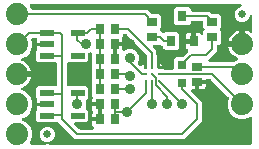
<source format=gbr>
G04 EAGLE Gerber RS-274X export*
G75*
%MOMM*%
%FSLAX34Y34*%
%LPD*%
%INTop Copper*%
%IPPOS*%
%AMOC8*
5,1,8,0,0,1.08239X$1,22.5*%
G01*
%ADD10R,0.700000X0.900000*%
%ADD11R,1.200000X0.550000*%
%ADD12R,0.800000X0.800000*%
%ADD13R,0.900000X0.700000*%
%ADD14C,1.879600*%
%ADD15R,0.800000X0.900000*%
%ADD16C,0.200000*%
%ADD17C,0.635000*%
%ADD18C,0.203200*%
%ADD19C,0.889000*%
%ADD20C,0.190400*%
%ADD21C,0.127000*%

G36*
X36372Y4073D02*
X36372Y4073D01*
X36442Y4072D01*
X36530Y4093D01*
X36619Y4105D01*
X36684Y4130D01*
X36751Y4147D01*
X36831Y4189D01*
X36914Y4222D01*
X36971Y4263D01*
X37032Y4295D01*
X37099Y4356D01*
X37172Y4408D01*
X37216Y4462D01*
X37268Y4509D01*
X37317Y4584D01*
X37374Y4653D01*
X37404Y4717D01*
X37443Y4775D01*
X37472Y4860D01*
X37510Y4941D01*
X37523Y5010D01*
X37546Y5076D01*
X37553Y5165D01*
X37570Y5253D01*
X37565Y5323D01*
X37571Y5393D01*
X37556Y5481D01*
X37550Y5571D01*
X37529Y5637D01*
X37517Y5706D01*
X37480Y5788D01*
X37452Y5873D01*
X37415Y5932D01*
X37386Y5996D01*
X37330Y6066D01*
X37282Y6142D01*
X37231Y6190D01*
X37187Y6244D01*
X37116Y6299D01*
X37050Y6360D01*
X36989Y6394D01*
X36933Y6436D01*
X36789Y6507D01*
X34575Y7424D01*
X32824Y9175D01*
X31876Y11462D01*
X31876Y13938D01*
X32824Y16225D01*
X34575Y17976D01*
X36862Y18924D01*
X39338Y18924D01*
X41625Y17976D01*
X43376Y16225D01*
X44324Y13938D01*
X44324Y11462D01*
X43376Y9175D01*
X41625Y7424D01*
X39411Y6507D01*
X39351Y6472D01*
X39286Y6446D01*
X39213Y6394D01*
X39135Y6349D01*
X39085Y6301D01*
X39028Y6260D01*
X38971Y6190D01*
X38907Y6128D01*
X38870Y6068D01*
X38826Y6015D01*
X38787Y5933D01*
X38740Y5857D01*
X38720Y5790D01*
X38690Y5727D01*
X38673Y5639D01*
X38647Y5553D01*
X38643Y5483D01*
X38630Y5414D01*
X38636Y5325D01*
X38632Y5235D01*
X38646Y5167D01*
X38650Y5097D01*
X38678Y5012D01*
X38696Y4924D01*
X38727Y4861D01*
X38748Y4795D01*
X38796Y4719D01*
X38836Y4638D01*
X38881Y4585D01*
X38918Y4526D01*
X38984Y4464D01*
X39042Y4396D01*
X39099Y4356D01*
X39150Y4308D01*
X39228Y4265D01*
X39302Y4213D01*
X39367Y4188D01*
X39428Y4154D01*
X39515Y4132D01*
X39599Y4100D01*
X39669Y4092D01*
X39736Y4075D01*
X39897Y4065D01*
X210566Y4065D01*
X210684Y4080D01*
X210803Y4087D01*
X210841Y4100D01*
X210882Y4105D01*
X210992Y4148D01*
X211105Y4185D01*
X211140Y4207D01*
X211177Y4222D01*
X211273Y4291D01*
X211374Y4355D01*
X211402Y4385D01*
X211435Y4408D01*
X211511Y4500D01*
X211592Y4587D01*
X211612Y4622D01*
X211637Y4653D01*
X211688Y4761D01*
X211746Y4865D01*
X211756Y4905D01*
X211773Y4941D01*
X211795Y5058D01*
X211825Y5173D01*
X211829Y5233D01*
X211833Y5253D01*
X211831Y5274D01*
X211835Y5334D01*
X211835Y26305D01*
X211829Y26354D01*
X211831Y26404D01*
X211809Y26511D01*
X211795Y26621D01*
X211777Y26667D01*
X211767Y26715D01*
X211719Y26814D01*
X211678Y26916D01*
X211649Y26956D01*
X211627Y27001D01*
X211556Y27085D01*
X211492Y27174D01*
X211453Y27205D01*
X211421Y27243D01*
X211331Y27306D01*
X211247Y27376D01*
X211202Y27398D01*
X211161Y27426D01*
X211058Y27465D01*
X210959Y27512D01*
X210910Y27521D01*
X210864Y27539D01*
X210754Y27551D01*
X210647Y27572D01*
X210597Y27569D01*
X210548Y27574D01*
X210439Y27559D01*
X210329Y27552D01*
X210282Y27537D01*
X210233Y27530D01*
X210080Y27478D01*
X205676Y25653D01*
X200724Y25653D01*
X196150Y27548D01*
X192648Y31050D01*
X190753Y35624D01*
X190753Y40576D01*
X191665Y42778D01*
X191673Y42807D01*
X191687Y42833D01*
X191715Y42960D01*
X191749Y43085D01*
X191750Y43114D01*
X191756Y43143D01*
X191752Y43273D01*
X191754Y43403D01*
X191748Y43432D01*
X191747Y43461D01*
X191711Y43586D01*
X191680Y43712D01*
X191666Y43738D01*
X191658Y43767D01*
X191592Y43878D01*
X191532Y43993D01*
X191512Y44015D01*
X191497Y44040D01*
X191390Y44161D01*
X176488Y59064D01*
X176410Y59124D01*
X176338Y59192D01*
X176285Y59221D01*
X176237Y59258D01*
X176146Y59298D01*
X176059Y59346D01*
X176001Y59361D01*
X175945Y59385D01*
X175847Y59400D01*
X175751Y59425D01*
X175651Y59431D01*
X175631Y59435D01*
X175619Y59433D01*
X175591Y59435D01*
X173410Y59435D01*
X173292Y59420D01*
X173173Y59413D01*
X173135Y59400D01*
X173094Y59395D01*
X172984Y59352D01*
X172871Y59315D01*
X172836Y59293D01*
X172799Y59278D01*
X172703Y59209D01*
X172602Y59145D01*
X172574Y59115D01*
X172541Y59092D01*
X172465Y59000D01*
X172384Y58913D01*
X172364Y58878D01*
X172339Y58847D01*
X172293Y58749D01*
X165580Y58749D01*
X165462Y58734D01*
X165343Y58727D01*
X165305Y58714D01*
X165265Y58709D01*
X165154Y58666D01*
X165041Y58629D01*
X165007Y58607D01*
X164969Y58592D01*
X164873Y58523D01*
X164772Y58459D01*
X164744Y58429D01*
X164712Y58406D01*
X164636Y58314D01*
X164554Y58227D01*
X164535Y58192D01*
X164509Y58161D01*
X164458Y58053D01*
X164401Y57949D01*
X164391Y57909D01*
X164373Y57873D01*
X164351Y57756D01*
X164345Y57754D01*
X164304Y57749D01*
X164194Y57705D01*
X164081Y57669D01*
X164046Y57647D01*
X164009Y57632D01*
X163912Y57562D01*
X163812Y57499D01*
X163784Y57469D01*
X163751Y57445D01*
X163675Y57354D01*
X163594Y57267D01*
X163574Y57232D01*
X163549Y57200D01*
X163498Y57093D01*
X163440Y56988D01*
X163430Y56949D01*
X163413Y56913D01*
X163391Y56796D01*
X163361Y56680D01*
X163357Y56620D01*
X163353Y56600D01*
X163355Y56580D01*
X163351Y56520D01*
X163351Y50959D01*
X161053Y50959D01*
X160916Y50942D01*
X160777Y50929D01*
X160758Y50922D01*
X160738Y50919D01*
X160609Y50868D01*
X160478Y50821D01*
X160461Y50810D01*
X160442Y50802D01*
X160330Y50721D01*
X160215Y50643D01*
X160201Y50627D01*
X160185Y50616D01*
X160096Y50508D01*
X160004Y50404D01*
X159995Y50386D01*
X159982Y50371D01*
X159923Y50245D01*
X159860Y50121D01*
X159855Y50101D01*
X159846Y50083D01*
X159820Y49946D01*
X159790Y49811D01*
X159790Y49790D01*
X159787Y49771D01*
X159795Y49632D01*
X159800Y49493D01*
X159805Y49473D01*
X159806Y49453D01*
X159849Y49321D01*
X159888Y49187D01*
X159898Y49170D01*
X159904Y49151D01*
X159979Y49033D01*
X160049Y48913D01*
X160068Y48892D01*
X160075Y48882D01*
X160090Y48868D01*
X160156Y48793D01*
X169165Y39784D01*
X169165Y23716D01*
X154084Y8635D01*
X61816Y8635D01*
X59064Y11388D01*
X47254Y23198D01*
X47159Y23271D01*
X47070Y23350D01*
X47034Y23368D01*
X47002Y23393D01*
X46893Y23440D01*
X46787Y23494D01*
X46748Y23503D01*
X46710Y23519D01*
X46593Y23538D01*
X46477Y23564D01*
X46436Y23563D01*
X46396Y23569D01*
X46278Y23558D01*
X46159Y23554D01*
X46120Y23543D01*
X46080Y23539D01*
X45968Y23499D01*
X45853Y23466D01*
X45819Y23445D01*
X45780Y23432D01*
X45682Y23365D01*
X45579Y23304D01*
X45534Y23265D01*
X45517Y23253D01*
X45504Y23238D01*
X45459Y23198D01*
X45062Y22801D01*
X30536Y22801D01*
X28750Y24587D01*
X28750Y32613D01*
X29140Y33003D01*
X29205Y33087D01*
X29277Y33164D01*
X29302Y33212D01*
X29335Y33254D01*
X29377Y33351D01*
X29427Y33444D01*
X29440Y33497D01*
X29462Y33546D01*
X29478Y33651D01*
X29504Y33753D01*
X29503Y33807D01*
X29512Y33860D01*
X29502Y33966D01*
X29501Y34071D01*
X29484Y34155D01*
X29482Y34177D01*
X29477Y34192D01*
X29469Y34229D01*
X29258Y35016D01*
X29258Y36726D01*
X37694Y36726D01*
X37812Y36741D01*
X37931Y36748D01*
X37969Y36760D01*
X38009Y36766D01*
X38120Y36809D01*
X38233Y36846D01*
X38267Y36868D01*
X38305Y36883D01*
X38401Y36952D01*
X38502Y37016D01*
X38530Y37046D01*
X38562Y37069D01*
X38638Y37161D01*
X38720Y37248D01*
X38739Y37283D01*
X38765Y37314D01*
X38816Y37422D01*
X38873Y37526D01*
X38883Y37566D01*
X38901Y37602D01*
X38923Y37719D01*
X38953Y37834D01*
X38957Y37894D01*
X38960Y37914D01*
X38959Y37935D01*
X38963Y37995D01*
X38963Y38205D01*
X38948Y38323D01*
X38941Y38442D01*
X38928Y38480D01*
X38923Y38521D01*
X38879Y38631D01*
X38843Y38744D01*
X38821Y38779D01*
X38806Y38816D01*
X38736Y38912D01*
X38673Y39013D01*
X38643Y39041D01*
X38619Y39074D01*
X38528Y39150D01*
X38441Y39231D01*
X38406Y39251D01*
X38374Y39276D01*
X38267Y39327D01*
X38162Y39385D01*
X38123Y39395D01*
X38087Y39412D01*
X37970Y39434D01*
X37854Y39464D01*
X37794Y39468D01*
X37774Y39472D01*
X37754Y39470D01*
X37694Y39474D01*
X29258Y39474D01*
X29258Y41184D01*
X29469Y41971D01*
X29483Y42076D01*
X29507Y42179D01*
X29505Y42233D01*
X29512Y42286D01*
X29500Y42391D01*
X29497Y42497D01*
X29482Y42548D01*
X29476Y42602D01*
X29438Y42701D01*
X29408Y42802D01*
X29381Y42849D01*
X29362Y42899D01*
X29301Y42985D01*
X29247Y43076D01*
X29190Y43140D01*
X29178Y43158D01*
X29166Y43168D01*
X29140Y43197D01*
X28750Y43587D01*
X28750Y51613D01*
X30536Y53399D01*
X45466Y53399D01*
X45584Y53414D01*
X45703Y53421D01*
X45741Y53434D01*
X45782Y53439D01*
X45892Y53482D01*
X46005Y53519D01*
X46040Y53541D01*
X46077Y53556D01*
X46173Y53625D01*
X46274Y53689D01*
X46302Y53719D01*
X46335Y53742D01*
X46411Y53834D01*
X46492Y53921D01*
X46512Y53956D01*
X46537Y53987D01*
X46588Y54095D01*
X46646Y54199D01*
X46656Y54239D01*
X46673Y54275D01*
X46695Y54392D01*
X46725Y54507D01*
X46729Y54567D01*
X46733Y54587D01*
X46731Y54608D01*
X46735Y54668D01*
X46735Y72332D01*
X46720Y72450D01*
X46713Y72569D01*
X46700Y72607D01*
X46695Y72648D01*
X46652Y72758D01*
X46615Y72871D01*
X46593Y72906D01*
X46578Y72943D01*
X46509Y73039D01*
X46445Y73140D01*
X46415Y73168D01*
X46392Y73201D01*
X46300Y73277D01*
X46213Y73358D01*
X46178Y73378D01*
X46147Y73403D01*
X46039Y73454D01*
X45935Y73512D01*
X45895Y73522D01*
X45859Y73539D01*
X45742Y73561D01*
X45627Y73591D01*
X45567Y73595D01*
X45547Y73599D01*
X45526Y73597D01*
X45466Y73601D01*
X30536Y73601D01*
X28750Y75387D01*
X28750Y83413D01*
X29140Y83803D01*
X29205Y83887D01*
X29277Y83964D01*
X29302Y84012D01*
X29335Y84054D01*
X29377Y84151D01*
X29427Y84244D01*
X29440Y84297D01*
X29462Y84346D01*
X29478Y84451D01*
X29504Y84553D01*
X29503Y84607D01*
X29512Y84660D01*
X29502Y84766D01*
X29501Y84871D01*
X29484Y84955D01*
X29482Y84977D01*
X29477Y84992D01*
X29469Y85029D01*
X29258Y85816D01*
X29258Y87526D01*
X37694Y87526D01*
X37812Y87541D01*
X37931Y87548D01*
X37969Y87560D01*
X38009Y87566D01*
X38120Y87609D01*
X38233Y87646D01*
X38267Y87668D01*
X38305Y87683D01*
X38401Y87752D01*
X38502Y87816D01*
X38530Y87846D01*
X38562Y87869D01*
X38638Y87961D01*
X38720Y88048D01*
X38739Y88083D01*
X38765Y88114D01*
X38816Y88222D01*
X38873Y88326D01*
X38883Y88366D01*
X38901Y88402D01*
X38923Y88519D01*
X38953Y88634D01*
X38957Y88694D01*
X38960Y88714D01*
X38959Y88735D01*
X38963Y88795D01*
X38963Y89005D01*
X38948Y89123D01*
X38941Y89242D01*
X38928Y89280D01*
X38923Y89321D01*
X38879Y89431D01*
X38843Y89544D01*
X38821Y89579D01*
X38806Y89616D01*
X38736Y89712D01*
X38673Y89813D01*
X38643Y89841D01*
X38619Y89874D01*
X38528Y89950D01*
X38441Y90031D01*
X38406Y90051D01*
X38374Y90076D01*
X38267Y90127D01*
X38162Y90185D01*
X38123Y90195D01*
X38087Y90212D01*
X37970Y90234D01*
X37854Y90264D01*
X37794Y90268D01*
X37774Y90272D01*
X37754Y90270D01*
X37694Y90274D01*
X29258Y90274D01*
X29258Y91984D01*
X29460Y92737D01*
X29477Y92862D01*
X29501Y92986D01*
X29499Y93019D01*
X29503Y93053D01*
X29489Y93178D01*
X29481Y93303D01*
X29471Y93335D01*
X29467Y93368D01*
X29422Y93486D01*
X29383Y93605D01*
X29365Y93634D01*
X29353Y93665D01*
X29280Y93768D01*
X29213Y93874D01*
X29188Y93897D01*
X29169Y93925D01*
X29073Y94006D01*
X28981Y94092D01*
X28952Y94108D01*
X28926Y94130D01*
X28813Y94185D01*
X28703Y94246D01*
X28670Y94254D01*
X28640Y94269D01*
X28516Y94294D01*
X28395Y94325D01*
X28346Y94328D01*
X28328Y94332D01*
X28306Y94331D01*
X28234Y94335D01*
X25820Y94335D01*
X25771Y94329D01*
X25721Y94331D01*
X25614Y94309D01*
X25505Y94295D01*
X25459Y94277D01*
X25410Y94267D01*
X25311Y94219D01*
X25209Y94178D01*
X25169Y94149D01*
X25124Y94127D01*
X25041Y94056D01*
X24952Y93992D01*
X24920Y93953D01*
X24882Y93921D01*
X24819Y93831D01*
X24749Y93747D01*
X24728Y93702D01*
X24699Y93661D01*
X24660Y93558D01*
X24614Y93459D01*
X24604Y93410D01*
X24587Y93364D01*
X24574Y93254D01*
X24554Y93147D01*
X24557Y93097D01*
X24551Y93048D01*
X24567Y92939D01*
X24573Y92829D01*
X24589Y92782D01*
X24596Y92733D01*
X24648Y92580D01*
X25147Y91376D01*
X25147Y86424D01*
X23252Y81850D01*
X19750Y78348D01*
X16725Y77095D01*
X16699Y77080D01*
X16670Y77071D01*
X16561Y77001D01*
X16448Y76937D01*
X16427Y76916D01*
X16402Y76900D01*
X16313Y76806D01*
X16220Y76716D01*
X16204Y76690D01*
X16184Y76669D01*
X16121Y76555D01*
X16054Y76445D01*
X16045Y76416D01*
X16031Y76390D01*
X15998Y76265D01*
X15960Y76141D01*
X15959Y76111D01*
X15951Y76082D01*
X15951Y75952D01*
X15945Y75823D01*
X15951Y75794D01*
X15951Y75764D01*
X15983Y75639D01*
X16009Y75512D01*
X16022Y75485D01*
X16030Y75456D01*
X16092Y75343D01*
X16149Y75226D01*
X16168Y75203D01*
X16183Y75177D01*
X16271Y75083D01*
X16355Y74984D01*
X16380Y74967D01*
X16400Y74945D01*
X16509Y74876D01*
X16615Y74801D01*
X16643Y74790D01*
X16669Y74774D01*
X16818Y74715D01*
X17283Y74564D01*
X18957Y73711D01*
X20478Y72606D01*
X21806Y71278D01*
X22911Y69757D01*
X23764Y68083D01*
X24345Y66296D01*
X24385Y66039D01*
X13970Y66039D01*
X13852Y66024D01*
X13733Y66017D01*
X13695Y66004D01*
X13655Y65999D01*
X13544Y65956D01*
X13431Y65919D01*
X13397Y65897D01*
X13359Y65882D01*
X13263Y65812D01*
X13162Y65749D01*
X13134Y65719D01*
X13102Y65695D01*
X13026Y65604D01*
X12944Y65517D01*
X12925Y65482D01*
X12899Y65451D01*
X12848Y65343D01*
X12791Y65239D01*
X12780Y65199D01*
X12763Y65163D01*
X12741Y65046D01*
X12711Y64931D01*
X12707Y64870D01*
X12703Y64850D01*
X12705Y64830D01*
X12701Y64770D01*
X12701Y62230D01*
X12716Y62112D01*
X12723Y61993D01*
X12736Y61955D01*
X12741Y61914D01*
X12785Y61804D01*
X12821Y61691D01*
X12843Y61656D01*
X12858Y61619D01*
X12928Y61523D01*
X12991Y61422D01*
X13021Y61394D01*
X13045Y61361D01*
X13136Y61286D01*
X13223Y61204D01*
X13258Y61184D01*
X13290Y61159D01*
X13397Y61108D01*
X13502Y61050D01*
X13541Y61040D01*
X13577Y61023D01*
X13694Y61001D01*
X13809Y60971D01*
X13870Y60967D01*
X13890Y60963D01*
X13910Y60965D01*
X13970Y60961D01*
X24385Y60961D01*
X24345Y60704D01*
X23764Y58917D01*
X22911Y57243D01*
X21806Y55722D01*
X20478Y54394D01*
X18957Y53289D01*
X17283Y52436D01*
X16818Y52285D01*
X16791Y52272D01*
X16762Y52265D01*
X16648Y52205D01*
X16530Y52150D01*
X16507Y52131D01*
X16481Y52117D01*
X16385Y52030D01*
X16285Y51947D01*
X16268Y51923D01*
X16246Y51903D01*
X16174Y51794D01*
X16098Y51690D01*
X16087Y51662D01*
X16071Y51637D01*
X16029Y51514D01*
X15981Y51394D01*
X15977Y51364D01*
X15968Y51336D01*
X15957Y51207D01*
X15941Y51079D01*
X15945Y51049D01*
X15942Y51019D01*
X15965Y50891D01*
X15981Y50763D01*
X15992Y50735D01*
X15997Y50706D01*
X16050Y50588D01*
X16098Y50467D01*
X16115Y50443D01*
X16127Y50416D01*
X16208Y50315D01*
X16284Y50210D01*
X16307Y50191D01*
X16326Y50167D01*
X16430Y50089D01*
X16529Y50007D01*
X16556Y49994D01*
X16580Y49976D01*
X16725Y49905D01*
X19750Y48652D01*
X23252Y45150D01*
X25147Y40576D01*
X25147Y35624D01*
X23252Y31050D01*
X19750Y27548D01*
X17395Y26573D01*
X17275Y26504D01*
X17152Y26439D01*
X17137Y26425D01*
X17119Y26415D01*
X17019Y26318D01*
X16916Y26225D01*
X16905Y26208D01*
X16891Y26194D01*
X16818Y26076D01*
X16742Y25959D01*
X16735Y25940D01*
X16724Y25923D01*
X16684Y25790D01*
X16638Y25658D01*
X16637Y25638D01*
X16631Y25619D01*
X16624Y25480D01*
X16613Y25341D01*
X16617Y25321D01*
X16616Y25301D01*
X16644Y25165D01*
X16668Y25028D01*
X16676Y25009D01*
X16680Y24990D01*
X16741Y24865D01*
X16798Y24738D01*
X16811Y24722D01*
X16820Y24704D01*
X16910Y24598D01*
X16997Y24490D01*
X17013Y24477D01*
X17026Y24462D01*
X17140Y24382D01*
X17251Y24298D01*
X17276Y24286D01*
X17286Y24279D01*
X17305Y24272D01*
X17395Y24227D01*
X19750Y23252D01*
X23252Y19750D01*
X25147Y15176D01*
X25147Y10224D01*
X23322Y5820D01*
X23309Y5772D01*
X23288Y5727D01*
X23267Y5619D01*
X23238Y5513D01*
X23238Y5463D01*
X23228Y5414D01*
X23235Y5305D01*
X23233Y5195D01*
X23245Y5147D01*
X23248Y5097D01*
X23282Y4993D01*
X23307Y4886D01*
X23331Y4842D01*
X23346Y4795D01*
X23405Y4702D01*
X23456Y4605D01*
X23490Y4568D01*
X23516Y4526D01*
X23596Y4451D01*
X23670Y4369D01*
X23712Y4342D01*
X23748Y4308D01*
X23844Y4255D01*
X23936Y4195D01*
X23983Y4178D01*
X24026Y4154D01*
X24133Y4127D01*
X24237Y4091D01*
X24286Y4087D01*
X24334Y4075D01*
X24495Y4065D01*
X36303Y4065D01*
X36372Y4073D01*
G37*
G36*
X144200Y67580D02*
X144200Y67580D01*
X144319Y67587D01*
X144357Y67600D01*
X144398Y67605D01*
X144508Y67648D01*
X144621Y67685D01*
X144656Y67707D01*
X144693Y67722D01*
X144789Y67791D01*
X144890Y67855D01*
X144918Y67885D01*
X144951Y67908D01*
X145027Y68000D01*
X145108Y68087D01*
X145128Y68122D01*
X145153Y68153D01*
X145204Y68261D01*
X145262Y68365D01*
X145272Y68405D01*
X145289Y68441D01*
X145311Y68558D01*
X145341Y68673D01*
X145345Y68733D01*
X145349Y68753D01*
X145347Y68774D01*
X145351Y68834D01*
X145351Y76263D01*
X147137Y78049D01*
X151785Y78049D01*
X151883Y78061D01*
X151982Y78064D01*
X152040Y78081D01*
X152100Y78089D01*
X152192Y78125D01*
X152287Y78153D01*
X152339Y78183D01*
X152396Y78206D01*
X152476Y78264D01*
X152561Y78314D01*
X152637Y78380D01*
X152653Y78392D01*
X152661Y78402D01*
X152682Y78420D01*
X157065Y82803D01*
X157142Y82903D01*
X157224Y82998D01*
X157239Y83028D01*
X157260Y83055D01*
X157310Y83170D01*
X157366Y83283D01*
X157373Y83316D01*
X157386Y83347D01*
X157406Y83471D01*
X157432Y83594D01*
X157431Y83627D01*
X157436Y83661D01*
X157424Y83786D01*
X157419Y83911D01*
X157409Y83944D01*
X157406Y83977D01*
X157364Y84096D01*
X157328Y84216D01*
X157310Y84245D01*
X157299Y84277D01*
X157228Y84380D01*
X157163Y84488D01*
X157139Y84512D01*
X157120Y84540D01*
X157026Y84623D01*
X156936Y84711D01*
X156895Y84738D01*
X156882Y84750D01*
X156862Y84760D01*
X156802Y84800D01*
X156340Y85067D01*
X155867Y85540D01*
X155532Y86119D01*
X155359Y86766D01*
X155359Y89601D01*
X161170Y89601D01*
X161288Y89616D01*
X161407Y89623D01*
X161445Y89635D01*
X161485Y89641D01*
X161596Y89684D01*
X161709Y89721D01*
X161743Y89743D01*
X161781Y89758D01*
X161877Y89827D01*
X161978Y89891D01*
X162006Y89921D01*
X162038Y89944D01*
X162114Y90036D01*
X162196Y90123D01*
X162215Y90158D01*
X162241Y90189D01*
X162292Y90297D01*
X162349Y90401D01*
X162359Y90441D01*
X162377Y90477D01*
X162399Y90594D01*
X162429Y90709D01*
X162433Y90769D01*
X162436Y90789D01*
X162435Y90810D01*
X162439Y90870D01*
X162439Y91061D01*
X162630Y91061D01*
X162748Y91076D01*
X162867Y91083D01*
X162905Y91096D01*
X162946Y91101D01*
X163056Y91145D01*
X163169Y91181D01*
X163204Y91203D01*
X163241Y91218D01*
X163337Y91288D01*
X163438Y91351D01*
X163466Y91381D01*
X163499Y91405D01*
X163575Y91496D01*
X163656Y91583D01*
X163676Y91618D01*
X163701Y91650D01*
X163752Y91757D01*
X163810Y91862D01*
X163820Y91901D01*
X163837Y91937D01*
X163859Y92054D01*
X163889Y92170D01*
X163893Y92230D01*
X163897Y92250D01*
X163895Y92270D01*
X163899Y92330D01*
X163899Y98641D01*
X166234Y98641D01*
X166881Y98468D01*
X167460Y98133D01*
X167994Y97599D01*
X168056Y97513D01*
X168067Y97505D01*
X168075Y97494D01*
X168189Y97404D01*
X168301Y97310D01*
X168313Y97305D01*
X168324Y97297D01*
X168457Y97237D01*
X168589Y97175D01*
X168602Y97172D01*
X168614Y97167D01*
X168759Y97142D01*
X168902Y97115D01*
X168915Y97116D01*
X168928Y97114D01*
X169074Y97126D01*
X169219Y97135D01*
X169231Y97139D01*
X169245Y97140D01*
X169383Y97188D01*
X169521Y97233D01*
X169533Y97240D01*
X169545Y97244D01*
X169667Y97325D01*
X169790Y97403D01*
X169799Y97413D01*
X169810Y97420D01*
X169907Y97528D01*
X170008Y97635D01*
X170014Y97646D01*
X170023Y97656D01*
X170091Y97785D01*
X170162Y97913D01*
X170165Y97926D01*
X170171Y97937D01*
X170205Y98080D01*
X170241Y98221D01*
X170242Y98239D01*
X170244Y98247D01*
X170244Y98264D01*
X170251Y98382D01*
X170251Y99863D01*
X171091Y100703D01*
X171164Y100797D01*
X171243Y100886D01*
X171261Y100922D01*
X171286Y100954D01*
X171333Y101063D01*
X171387Y101169D01*
X171396Y101208D01*
X171412Y101246D01*
X171431Y101363D01*
X171457Y101479D01*
X171456Y101520D01*
X171462Y101560D01*
X171451Y101678D01*
X171447Y101797D01*
X171436Y101836D01*
X171432Y101876D01*
X171392Y101988D01*
X171359Y102103D01*
X171338Y102138D01*
X171325Y102176D01*
X171258Y102274D01*
X171197Y102377D01*
X171158Y102422D01*
X171146Y102439D01*
X171131Y102452D01*
X171091Y102498D01*
X170251Y103337D01*
X170251Y107266D01*
X170236Y107384D01*
X170229Y107503D01*
X170216Y107541D01*
X170211Y107582D01*
X170168Y107692D01*
X170131Y107805D01*
X170109Y107840D01*
X170094Y107877D01*
X170025Y107973D01*
X169961Y108074D01*
X169931Y108102D01*
X169908Y108135D01*
X169816Y108211D01*
X169729Y108292D01*
X169694Y108312D01*
X169663Y108337D01*
X169555Y108388D01*
X169451Y108446D01*
X169411Y108456D01*
X169375Y108473D01*
X169258Y108495D01*
X169143Y108525D01*
X169083Y108529D01*
X169063Y108533D01*
X169042Y108531D01*
X168982Y108535D01*
X160718Y108535D01*
X160600Y108520D01*
X160481Y108513D01*
X160443Y108500D01*
X160402Y108495D01*
X160292Y108452D01*
X160179Y108415D01*
X160144Y108393D01*
X160107Y108378D01*
X160011Y108309D01*
X159910Y108245D01*
X159882Y108215D01*
X159849Y108192D01*
X159773Y108100D01*
X159692Y108013D01*
X159672Y107978D01*
X159647Y107947D01*
X159596Y107839D01*
X159538Y107735D01*
X159528Y107695D01*
X159511Y107659D01*
X159489Y107542D01*
X159459Y107427D01*
X159455Y107367D01*
X159451Y107347D01*
X159453Y107326D01*
X159449Y107266D01*
X159449Y106837D01*
X157663Y105051D01*
X147137Y105051D01*
X145351Y106837D01*
X145351Y118363D01*
X147137Y120149D01*
X157663Y120149D01*
X159449Y118363D01*
X159449Y117934D01*
X159464Y117816D01*
X159471Y117697D01*
X159484Y117659D01*
X159489Y117618D01*
X159532Y117508D01*
X159569Y117395D01*
X159591Y117360D01*
X159606Y117323D01*
X159675Y117227D01*
X159739Y117126D01*
X159769Y117098D01*
X159792Y117065D01*
X159884Y116989D01*
X159971Y116908D01*
X160006Y116888D01*
X160037Y116863D01*
X160145Y116812D01*
X160249Y116754D01*
X160289Y116744D01*
X160325Y116727D01*
X160442Y116705D01*
X160557Y116675D01*
X160617Y116671D01*
X160637Y116667D01*
X160658Y116669D01*
X160718Y116665D01*
X174984Y116665D01*
X176628Y115020D01*
X176706Y114960D01*
X176778Y114892D01*
X176831Y114863D01*
X176879Y114826D01*
X176970Y114786D01*
X177057Y114738D01*
X177115Y114723D01*
X177171Y114699D01*
X177269Y114684D01*
X177365Y114659D01*
X177465Y114653D01*
X177485Y114649D01*
X177497Y114651D01*
X177525Y114649D01*
X183563Y114649D01*
X185349Y112863D01*
X185349Y103337D01*
X184509Y102498D01*
X184436Y102404D01*
X184357Y102314D01*
X184339Y102278D01*
X184314Y102246D01*
X184267Y102137D01*
X184213Y102031D01*
X184204Y101992D01*
X184188Y101954D01*
X184169Y101837D01*
X184143Y101721D01*
X184144Y101680D01*
X184138Y101640D01*
X184149Y101522D01*
X184153Y101403D01*
X184164Y101364D01*
X184168Y101324D01*
X184208Y101211D01*
X184241Y101097D01*
X184262Y101063D01*
X184275Y101024D01*
X184342Y100926D01*
X184403Y100823D01*
X184443Y100778D01*
X184454Y100761D01*
X184469Y100748D01*
X184509Y100703D01*
X185349Y99863D01*
X185349Y90337D01*
X183563Y88551D01*
X183134Y88551D01*
X183016Y88536D01*
X182897Y88529D01*
X182859Y88516D01*
X182818Y88511D01*
X182708Y88468D01*
X182595Y88431D01*
X182560Y88409D01*
X182523Y88394D01*
X182427Y88325D01*
X182326Y88261D01*
X182298Y88231D01*
X182265Y88208D01*
X182189Y88116D01*
X182108Y88029D01*
X182088Y87994D01*
X182063Y87963D01*
X182012Y87855D01*
X181954Y87751D01*
X181944Y87711D01*
X181927Y87675D01*
X181905Y87558D01*
X181875Y87443D01*
X181871Y87383D01*
X181867Y87363D01*
X181869Y87342D01*
X181865Y87282D01*
X181865Y83406D01*
X179112Y80654D01*
X177156Y78698D01*
X174690Y76231D01*
X174605Y76122D01*
X174516Y76015D01*
X174507Y75996D01*
X174495Y75980D01*
X174439Y75852D01*
X174380Y75727D01*
X174377Y75707D01*
X174369Y75688D01*
X174347Y75550D01*
X174321Y75414D01*
X174322Y75394D01*
X174319Y75374D01*
X174332Y75235D01*
X174340Y75097D01*
X174347Y75078D01*
X174349Y75058D01*
X174396Y74926D01*
X174438Y74795D01*
X174449Y74777D01*
X174456Y74758D01*
X174534Y74643D01*
X174609Y74526D01*
X174623Y74512D01*
X174635Y74495D01*
X174739Y74403D01*
X174840Y74308D01*
X174858Y74298D01*
X174873Y74285D01*
X174997Y74221D01*
X175119Y74154D01*
X175138Y74149D01*
X175156Y74140D01*
X175292Y74110D01*
X175427Y74075D01*
X175455Y74073D01*
X175467Y74070D01*
X175487Y74071D01*
X175587Y74065D01*
X195928Y74065D01*
X195937Y74066D01*
X195947Y74065D01*
X196095Y74086D01*
X196244Y74105D01*
X196252Y74108D01*
X196262Y74109D01*
X196414Y74161D01*
X199175Y75305D01*
X199201Y75320D01*
X199230Y75329D01*
X199339Y75399D01*
X199452Y75463D01*
X199473Y75484D01*
X199498Y75500D01*
X199587Y75594D01*
X199680Y75684D01*
X199696Y75710D01*
X199716Y75731D01*
X199779Y75845D01*
X199846Y75955D01*
X199855Y75984D01*
X199869Y76010D01*
X199902Y76135D01*
X199940Y76259D01*
X199941Y76289D01*
X199949Y76318D01*
X199949Y76448D01*
X199955Y76577D01*
X199949Y76606D01*
X199949Y76636D01*
X199917Y76761D01*
X199891Y76888D01*
X199878Y76915D01*
X199870Y76944D01*
X199808Y77057D01*
X199751Y77174D01*
X199732Y77197D01*
X199717Y77223D01*
X199629Y77317D01*
X199545Y77416D01*
X199520Y77433D01*
X199500Y77455D01*
X199391Y77524D01*
X199285Y77599D01*
X199257Y77610D01*
X199231Y77626D01*
X199082Y77685D01*
X198617Y77836D01*
X196943Y78689D01*
X195422Y79794D01*
X194094Y81122D01*
X192989Y82643D01*
X192136Y84317D01*
X191555Y86104D01*
X191515Y86361D01*
X201930Y86361D01*
X202048Y86376D01*
X202167Y86383D01*
X202205Y86396D01*
X202245Y86401D01*
X202356Y86444D01*
X202469Y86481D01*
X202503Y86503D01*
X202541Y86518D01*
X202637Y86588D01*
X202738Y86651D01*
X202766Y86681D01*
X202798Y86704D01*
X202874Y86796D01*
X202956Y86883D01*
X202975Y86918D01*
X203001Y86949D01*
X203052Y87057D01*
X203109Y87161D01*
X203120Y87201D01*
X203137Y87237D01*
X203159Y87354D01*
X203189Y87469D01*
X203193Y87530D01*
X203197Y87550D01*
X203195Y87570D01*
X203199Y87630D01*
X203199Y88901D01*
X204470Y88901D01*
X204588Y88916D01*
X204707Y88923D01*
X204745Y88936D01*
X204785Y88941D01*
X204896Y88985D01*
X205009Y89021D01*
X205044Y89043D01*
X205081Y89058D01*
X205177Y89128D01*
X205278Y89191D01*
X205306Y89221D01*
X205339Y89245D01*
X205414Y89336D01*
X205496Y89423D01*
X205516Y89458D01*
X205541Y89490D01*
X205592Y89597D01*
X205650Y89702D01*
X205660Y89741D01*
X205677Y89777D01*
X205699Y89894D01*
X205729Y90009D01*
X205733Y90070D01*
X205737Y90090D01*
X205735Y90110D01*
X205739Y90170D01*
X205739Y100585D01*
X205996Y100545D01*
X207783Y99964D01*
X209457Y99111D01*
X209820Y98847D01*
X209855Y98828D01*
X209885Y98803D01*
X209994Y98752D01*
X210099Y98694D01*
X210137Y98684D01*
X210173Y98667D01*
X210291Y98645D01*
X210407Y98615D01*
X210446Y98615D01*
X210486Y98608D01*
X210605Y98615D01*
X210725Y98615D01*
X210763Y98625D01*
X210803Y98627D01*
X210917Y98664D01*
X211033Y98694D01*
X211068Y98713D01*
X211105Y98725D01*
X211206Y98789D01*
X211311Y98847D01*
X211341Y98874D01*
X211374Y98895D01*
X211456Y98983D01*
X211543Y99065D01*
X211565Y99098D01*
X211592Y99127D01*
X211650Y99232D01*
X211714Y99333D01*
X211726Y99371D01*
X211746Y99406D01*
X211775Y99521D01*
X211813Y99635D01*
X211815Y99675D01*
X211825Y99714D01*
X211835Y99874D01*
X211835Y112503D01*
X211827Y112572D01*
X211828Y112642D01*
X211807Y112730D01*
X211795Y112819D01*
X211770Y112884D01*
X211753Y112951D01*
X211711Y113031D01*
X211678Y113114D01*
X211637Y113171D01*
X211605Y113232D01*
X211544Y113299D01*
X211492Y113372D01*
X211438Y113416D01*
X211391Y113468D01*
X211316Y113517D01*
X211247Y113574D01*
X211183Y113604D01*
X211125Y113643D01*
X211040Y113672D01*
X210959Y113710D01*
X210890Y113723D01*
X210824Y113746D01*
X210735Y113753D01*
X210647Y113770D01*
X210577Y113765D01*
X210507Y113771D01*
X210419Y113756D01*
X210329Y113750D01*
X210263Y113729D01*
X210194Y113717D01*
X210112Y113680D01*
X210027Y113652D01*
X209968Y113615D01*
X209904Y113586D01*
X209834Y113530D01*
X209758Y113482D01*
X209710Y113431D01*
X209656Y113387D01*
X209601Y113316D01*
X209540Y113250D01*
X209506Y113189D01*
X209464Y113133D01*
X209393Y112989D01*
X208476Y110775D01*
X206725Y109024D01*
X204438Y108076D01*
X201962Y108076D01*
X199675Y109024D01*
X197924Y110775D01*
X196976Y113062D01*
X196976Y115538D01*
X197924Y117825D01*
X199675Y119576D01*
X201889Y120493D01*
X201949Y120528D01*
X202014Y120554D01*
X202087Y120606D01*
X202165Y120651D01*
X202215Y120699D01*
X202272Y120740D01*
X202329Y120810D01*
X202393Y120872D01*
X202430Y120932D01*
X202474Y120985D01*
X202513Y121067D01*
X202560Y121143D01*
X202580Y121210D01*
X202610Y121273D01*
X202627Y121361D01*
X202653Y121447D01*
X202657Y121517D01*
X202670Y121586D01*
X202664Y121675D01*
X202668Y121765D01*
X202654Y121833D01*
X202650Y121903D01*
X202622Y121988D01*
X202604Y122076D01*
X202573Y122139D01*
X202552Y122205D01*
X202504Y122281D01*
X202464Y122362D01*
X202419Y122415D01*
X202382Y122474D01*
X202316Y122536D01*
X202258Y122604D01*
X202201Y122644D01*
X202150Y122692D01*
X202072Y122735D01*
X201998Y122787D01*
X201933Y122812D01*
X201872Y122846D01*
X201785Y122868D01*
X201701Y122900D01*
X201631Y122908D01*
X201564Y122925D01*
X201403Y122935D01*
X24495Y122935D01*
X24446Y122929D01*
X24396Y122931D01*
X24289Y122909D01*
X24179Y122895D01*
X24133Y122877D01*
X24085Y122867D01*
X23986Y122819D01*
X23884Y122778D01*
X23843Y122749D01*
X23799Y122727D01*
X23715Y122656D01*
X23626Y122592D01*
X23595Y122553D01*
X23557Y122521D01*
X23494Y122431D01*
X23424Y122347D01*
X23402Y122302D01*
X23374Y122261D01*
X23335Y122158D01*
X23288Y122059D01*
X23279Y122010D01*
X23261Y121964D01*
X23249Y121854D01*
X23228Y121747D01*
X23231Y121697D01*
X23226Y121648D01*
X23241Y121539D01*
X23248Y121429D01*
X23263Y121382D01*
X23270Y121333D01*
X23322Y121180D01*
X24164Y119148D01*
X24179Y119123D01*
X24188Y119095D01*
X24257Y118985D01*
X24322Y118872D01*
X24342Y118851D01*
X24358Y118826D01*
X24453Y118737D01*
X24543Y118644D01*
X24568Y118628D01*
X24590Y118608D01*
X24703Y118545D01*
X24814Y118477D01*
X24842Y118469D01*
X24868Y118454D01*
X24994Y118422D01*
X25118Y118384D01*
X25147Y118382D01*
X25176Y118375D01*
X25337Y118365D01*
X122484Y118365D01*
X125828Y115020D01*
X125906Y114960D01*
X125978Y114892D01*
X126031Y114863D01*
X126079Y114826D01*
X126170Y114786D01*
X126257Y114738D01*
X126315Y114723D01*
X126371Y114699D01*
X126469Y114684D01*
X126565Y114659D01*
X126665Y114653D01*
X126685Y114649D01*
X126697Y114651D01*
X126725Y114649D01*
X132763Y114649D01*
X134549Y112863D01*
X134549Y103337D01*
X133709Y102498D01*
X133636Y102404D01*
X133557Y102314D01*
X133539Y102278D01*
X133514Y102246D01*
X133467Y102137D01*
X133413Y102031D01*
X133404Y101992D01*
X133388Y101954D01*
X133369Y101837D01*
X133343Y101721D01*
X133344Y101680D01*
X133338Y101640D01*
X133349Y101522D01*
X133353Y101403D01*
X133364Y101364D01*
X133368Y101324D01*
X133408Y101211D01*
X133441Y101097D01*
X133462Y101063D01*
X133475Y101024D01*
X133542Y100926D01*
X133603Y100823D01*
X133643Y100778D01*
X133654Y100761D01*
X133669Y100748D01*
X133709Y100703D01*
X134727Y99684D01*
X134764Y99634D01*
X134814Y99549D01*
X134880Y99473D01*
X134892Y99457D01*
X134902Y99449D01*
X134920Y99428D01*
X135521Y98827D01*
X135615Y98754D01*
X135704Y98676D01*
X135740Y98657D01*
X135772Y98633D01*
X135882Y98585D01*
X135987Y98531D01*
X136027Y98522D01*
X136064Y98506D01*
X136182Y98487D01*
X136298Y98461D01*
X136338Y98463D01*
X136378Y98456D01*
X136497Y98467D01*
X136616Y98471D01*
X136655Y98482D01*
X136695Y98486D01*
X136807Y98526D01*
X136921Y98560D01*
X136956Y98580D01*
X136994Y98594D01*
X137092Y98660D01*
X137195Y98721D01*
X137240Y98761D01*
X137257Y98772D01*
X137271Y98788D01*
X137316Y98827D01*
X137637Y99149D01*
X148163Y99149D01*
X149949Y97363D01*
X149949Y85837D01*
X148163Y84051D01*
X137637Y84051D01*
X135851Y85837D01*
X135851Y86475D01*
X135839Y86573D01*
X135836Y86672D01*
X135819Y86730D01*
X135811Y86790D01*
X135775Y86882D01*
X135747Y86977D01*
X135717Y87030D01*
X135694Y87086D01*
X135636Y87166D01*
X135586Y87251D01*
X135520Y87327D01*
X135508Y87343D01*
X135498Y87351D01*
X135480Y87372D01*
X134429Y88423D01*
X134335Y88495D01*
X134246Y88574D01*
X134210Y88593D01*
X134178Y88617D01*
X134069Y88665D01*
X133962Y88719D01*
X133923Y88728D01*
X133886Y88744D01*
X133768Y88763D01*
X133652Y88789D01*
X133612Y88787D01*
X133572Y88794D01*
X133453Y88782D01*
X133334Y88779D01*
X133296Y88768D01*
X133255Y88764D01*
X133143Y88724D01*
X133029Y88690D01*
X132994Y88670D01*
X132956Y88656D01*
X132857Y88589D01*
X132793Y88551D01*
X128541Y88551D01*
X128403Y88534D01*
X128265Y88521D01*
X128246Y88514D01*
X128226Y88511D01*
X128096Y88460D01*
X127966Y88413D01*
X127949Y88402D01*
X127930Y88394D01*
X127818Y88313D01*
X127703Y88235D01*
X127689Y88219D01*
X127673Y88208D01*
X127584Y88100D01*
X127492Y87996D01*
X127483Y87978D01*
X127470Y87963D01*
X127411Y87837D01*
X127348Y87713D01*
X127343Y87693D01*
X127334Y87675D01*
X127308Y87538D01*
X127278Y87403D01*
X127278Y87382D01*
X127275Y87363D01*
X127283Y87224D01*
X127288Y87085D01*
X127293Y87065D01*
X127294Y87045D01*
X127337Y86913D01*
X127376Y86779D01*
X127386Y86762D01*
X127392Y86743D01*
X127467Y86625D01*
X127537Y86505D01*
X127556Y86484D01*
X127563Y86474D01*
X127578Y86460D01*
X127644Y86384D01*
X128312Y85716D01*
X131065Y82964D01*
X131065Y73910D01*
X131080Y73792D01*
X131087Y73673D01*
X131100Y73635D01*
X131105Y73594D01*
X131148Y73484D01*
X131185Y73371D01*
X131207Y73336D01*
X131222Y73299D01*
X131291Y73203D01*
X131331Y73141D01*
X131331Y69100D01*
X131346Y68982D01*
X131353Y68863D01*
X131365Y68825D01*
X131370Y68785D01*
X131414Y68674D01*
X131451Y68561D01*
X131473Y68527D01*
X131487Y68489D01*
X131557Y68393D01*
X131621Y68292D01*
X131622Y68292D01*
X131651Y68264D01*
X131674Y68232D01*
X131675Y68231D01*
X131767Y68155D01*
X131853Y68074D01*
X131889Y68054D01*
X131920Y68028D01*
X132027Y67978D01*
X132132Y67920D01*
X132171Y67910D01*
X132207Y67893D01*
X132324Y67871D01*
X132440Y67841D01*
X132500Y67837D01*
X132520Y67833D01*
X132540Y67834D01*
X132600Y67831D01*
X136639Y67831D01*
X136663Y67808D01*
X136698Y67788D01*
X136729Y67763D01*
X136837Y67712D01*
X136941Y67654D01*
X136981Y67644D01*
X137017Y67627D01*
X137134Y67605D01*
X137249Y67575D01*
X137309Y67571D01*
X137329Y67567D01*
X137350Y67569D01*
X137410Y67565D01*
X144082Y67565D01*
X144200Y67580D01*
G37*
G36*
X76516Y16782D02*
X76516Y16782D01*
X76654Y16795D01*
X76673Y16802D01*
X76693Y16805D01*
X76823Y16856D01*
X76954Y16903D01*
X76970Y16914D01*
X76989Y16922D01*
X77102Y17003D01*
X77217Y17081D01*
X77230Y17097D01*
X77246Y17108D01*
X77336Y17216D01*
X77427Y17320D01*
X77436Y17338D01*
X77449Y17353D01*
X77509Y17479D01*
X77572Y17603D01*
X77576Y17623D01*
X77585Y17641D01*
X77611Y17777D01*
X77641Y17913D01*
X77641Y17934D01*
X77645Y17953D01*
X77636Y18092D01*
X77632Y18231D01*
X77626Y18251D01*
X77625Y18271D01*
X77582Y18403D01*
X77543Y18537D01*
X77533Y18554D01*
X77527Y18573D01*
X77453Y18691D01*
X77382Y18811D01*
X77363Y18832D01*
X77357Y18842D01*
X77342Y18856D01*
X77275Y18932D01*
X76867Y19340D01*
X76532Y19919D01*
X76359Y20566D01*
X76359Y23651D01*
X81920Y23651D01*
X82038Y23666D01*
X82157Y23673D01*
X82195Y23685D01*
X82235Y23691D01*
X82346Y23734D01*
X82459Y23771D01*
X82493Y23793D01*
X82531Y23808D01*
X82627Y23877D01*
X82728Y23941D01*
X82756Y23971D01*
X82788Y23994D01*
X82864Y24086D01*
X82946Y24173D01*
X82965Y24208D01*
X82991Y24239D01*
X83042Y24347D01*
X83099Y24451D01*
X83109Y24491D01*
X83127Y24527D01*
X83149Y24644D01*
X83155Y24646D01*
X83196Y24651D01*
X83306Y24695D01*
X83419Y24731D01*
X83454Y24753D01*
X83491Y24768D01*
X83587Y24838D01*
X83688Y24901D01*
X83716Y24931D01*
X83749Y24955D01*
X83825Y25046D01*
X83906Y25133D01*
X83926Y25168D01*
X83951Y25200D01*
X84002Y25307D01*
X84060Y25412D01*
X84070Y25451D01*
X84087Y25487D01*
X84109Y25604D01*
X84139Y25720D01*
X84143Y25780D01*
X84147Y25800D01*
X84145Y25820D01*
X84149Y25880D01*
X84149Y37620D01*
X84134Y37738D01*
X84127Y37857D01*
X84114Y37895D01*
X84109Y37935D01*
X84066Y38046D01*
X84029Y38159D01*
X84007Y38193D01*
X83992Y38231D01*
X83923Y38327D01*
X83859Y38428D01*
X83829Y38456D01*
X83806Y38488D01*
X83714Y38564D01*
X83627Y38646D01*
X83592Y38665D01*
X83561Y38691D01*
X83453Y38742D01*
X83349Y38799D01*
X83309Y38809D01*
X83273Y38827D01*
X83156Y38849D01*
X83154Y38855D01*
X83149Y38896D01*
X83105Y39006D01*
X83069Y39119D01*
X83047Y39154D01*
X83032Y39191D01*
X82962Y39287D01*
X82899Y39388D01*
X82869Y39416D01*
X82845Y39449D01*
X82754Y39525D01*
X82667Y39606D01*
X82632Y39626D01*
X82600Y39651D01*
X82493Y39702D01*
X82388Y39760D01*
X82349Y39770D01*
X82313Y39787D01*
X82196Y39809D01*
X82080Y39839D01*
X82020Y39843D01*
X82000Y39847D01*
X81980Y39845D01*
X81920Y39849D01*
X76359Y39849D01*
X76359Y42934D01*
X76507Y43484D01*
X76521Y43589D01*
X76544Y43692D01*
X76542Y43746D01*
X76550Y43799D01*
X76538Y43904D01*
X76534Y44010D01*
X76519Y44062D01*
X76513Y44115D01*
X76475Y44214D01*
X76446Y44316D01*
X76419Y44362D01*
X76399Y44412D01*
X76338Y44498D01*
X76284Y44590D01*
X76228Y44654D01*
X76215Y44672D01*
X76203Y44682D01*
X76178Y44710D01*
X75851Y45037D01*
X75851Y56770D01*
X75862Y56795D01*
X75881Y56913D01*
X75907Y57029D01*
X75906Y57070D01*
X75912Y57109D01*
X75901Y57228D01*
X75897Y57347D01*
X75886Y57386D01*
X75882Y57426D01*
X75851Y57513D01*
X75851Y69470D01*
X75862Y69495D01*
X75881Y69613D01*
X75907Y69729D01*
X75906Y69770D01*
X75912Y69809D01*
X75901Y69928D01*
X75897Y70047D01*
X75886Y70086D01*
X75882Y70126D01*
X75851Y70213D01*
X75851Y80849D01*
X75845Y80898D01*
X75847Y80948D01*
X75825Y81055D01*
X75811Y81165D01*
X75793Y81211D01*
X75783Y81259D01*
X75735Y81358D01*
X75694Y81460D01*
X75665Y81500D01*
X75643Y81545D01*
X75572Y81629D01*
X75508Y81718D01*
X75469Y81749D01*
X75437Y81787D01*
X75347Y81850D01*
X75263Y81920D01*
X75218Y81942D01*
X75177Y81970D01*
X75074Y82009D01*
X74975Y82056D01*
X74926Y82065D01*
X74880Y82083D01*
X74770Y82095D01*
X74663Y82116D01*
X74613Y82113D01*
X74564Y82118D01*
X74455Y82103D01*
X74345Y82096D01*
X74298Y82081D01*
X74249Y82074D01*
X74096Y82022D01*
X73633Y81830D01*
X73608Y81815D01*
X73580Y81806D01*
X73470Y81737D01*
X73357Y81672D01*
X73336Y81652D01*
X73311Y81636D01*
X73222Y81541D01*
X73129Y81451D01*
X73113Y81426D01*
X73093Y81404D01*
X73030Y81291D01*
X72962Y81180D01*
X72954Y81152D01*
X72939Y81126D01*
X72907Y81000D01*
X72869Y80876D01*
X72867Y80847D01*
X72860Y80818D01*
X72850Y80657D01*
X72850Y75387D01*
X71064Y73601D01*
X56134Y73601D01*
X56016Y73586D01*
X55897Y73579D01*
X55859Y73566D01*
X55818Y73561D01*
X55708Y73518D01*
X55595Y73481D01*
X55560Y73459D01*
X55523Y73444D01*
X55427Y73375D01*
X55326Y73311D01*
X55298Y73281D01*
X55265Y73258D01*
X55189Y73166D01*
X55108Y73079D01*
X55088Y73044D01*
X55063Y73013D01*
X55012Y72905D01*
X54954Y72801D01*
X54944Y72761D01*
X54927Y72725D01*
X54905Y72608D01*
X54875Y72493D01*
X54871Y72433D01*
X54867Y72413D01*
X54869Y72392D01*
X54865Y72332D01*
X54865Y54668D01*
X54880Y54550D01*
X54887Y54431D01*
X54900Y54393D01*
X54905Y54352D01*
X54948Y54242D01*
X54985Y54129D01*
X55007Y54094D01*
X55022Y54057D01*
X55091Y53961D01*
X55155Y53860D01*
X55185Y53832D01*
X55208Y53799D01*
X55300Y53723D01*
X55387Y53642D01*
X55422Y53622D01*
X55453Y53597D01*
X55561Y53546D01*
X55665Y53488D01*
X55705Y53478D01*
X55741Y53461D01*
X55858Y53439D01*
X55973Y53409D01*
X56033Y53405D01*
X56053Y53401D01*
X56074Y53403D01*
X56134Y53399D01*
X71064Y53399D01*
X72850Y51613D01*
X72850Y43587D01*
X70966Y41704D01*
X70948Y41681D01*
X70926Y41661D01*
X70851Y41555D01*
X70772Y41453D01*
X70760Y41425D01*
X70743Y41401D01*
X70697Y41280D01*
X70645Y41161D01*
X70641Y41132D01*
X70630Y41104D01*
X70616Y40975D01*
X70595Y40847D01*
X70598Y40817D01*
X70595Y40788D01*
X70613Y40659D01*
X70625Y40530D01*
X70635Y40502D01*
X70639Y40473D01*
X70691Y40321D01*
X70994Y39591D01*
X70994Y36609D01*
X70691Y35879D01*
X70684Y35851D01*
X70670Y35825D01*
X70642Y35698D01*
X70607Y35573D01*
X70607Y35543D01*
X70600Y35514D01*
X70604Y35384D01*
X70602Y35255D01*
X70609Y35226D01*
X70610Y35196D01*
X70646Y35072D01*
X70676Y34945D01*
X70690Y34919D01*
X70699Y34891D01*
X70764Y34779D01*
X70825Y34664D01*
X70845Y34642D01*
X70860Y34617D01*
X70966Y34496D01*
X72850Y32613D01*
X72850Y24587D01*
X71064Y22801D01*
X62211Y22801D01*
X62074Y22784D01*
X61935Y22771D01*
X61916Y22764D01*
X61896Y22761D01*
X61767Y22710D01*
X61636Y22663D01*
X61619Y22652D01*
X61600Y22644D01*
X61488Y22563D01*
X61373Y22485D01*
X61359Y22469D01*
X61343Y22458D01*
X61254Y22350D01*
X61162Y22246D01*
X61153Y22228D01*
X61140Y22213D01*
X61081Y22087D01*
X61018Y21963D01*
X61013Y21943D01*
X61004Y21925D01*
X60978Y21789D01*
X60948Y21653D01*
X60948Y21632D01*
X60945Y21613D01*
X60953Y21474D01*
X60958Y21335D01*
X60963Y21315D01*
X60964Y21295D01*
X61007Y21163D01*
X61046Y21029D01*
X61056Y21012D01*
X61062Y20993D01*
X61137Y20875D01*
X61207Y20755D01*
X61226Y20734D01*
X61233Y20724D01*
X61248Y20710D01*
X61314Y20635D01*
X64812Y17136D01*
X64890Y17076D01*
X64962Y17008D01*
X65015Y16979D01*
X65063Y16942D01*
X65154Y16902D01*
X65241Y16854D01*
X65299Y16839D01*
X65355Y16815D01*
X65453Y16800D01*
X65549Y16775D01*
X65649Y16769D01*
X65669Y16765D01*
X65681Y16767D01*
X65709Y16765D01*
X76378Y16765D01*
X76516Y16782D01*
G37*
G36*
X121518Y67846D02*
X121518Y67846D01*
X121637Y67853D01*
X121675Y67866D01*
X121716Y67871D01*
X121826Y67915D01*
X121940Y67951D01*
X121974Y67973D01*
X122011Y67988D01*
X122108Y68058D01*
X122208Y68122D01*
X122236Y68151D01*
X122269Y68175D01*
X122345Y68267D01*
X122426Y68353D01*
X122446Y68389D01*
X122472Y68420D01*
X122522Y68527D01*
X122580Y68632D01*
X122590Y68671D01*
X122607Y68707D01*
X122629Y68824D01*
X122659Y68940D01*
X122663Y69000D01*
X122667Y69020D01*
X122666Y69040D01*
X122669Y69100D01*
X122669Y73139D01*
X122692Y73163D01*
X122712Y73198D01*
X122737Y73229D01*
X122788Y73337D01*
X122846Y73441D01*
X122856Y73481D01*
X122873Y73517D01*
X122895Y73634D01*
X122925Y73749D01*
X122929Y73809D01*
X122933Y73829D01*
X122931Y73850D01*
X122935Y73910D01*
X122935Y79071D01*
X122923Y79169D01*
X122920Y79268D01*
X122903Y79326D01*
X122895Y79386D01*
X122859Y79478D01*
X122831Y79573D01*
X122801Y79625D01*
X122778Y79682D01*
X122720Y79762D01*
X122670Y79847D01*
X122604Y79923D01*
X122592Y79939D01*
X122582Y79947D01*
X122564Y79968D01*
X105368Y97164D01*
X105290Y97224D01*
X105218Y97292D01*
X105165Y97321D01*
X105117Y97358D01*
X105026Y97398D01*
X104939Y97446D01*
X104881Y97461D01*
X104825Y97485D01*
X104727Y97500D01*
X104631Y97525D01*
X104531Y97531D01*
X104511Y97535D01*
X104499Y97533D01*
X104471Y97535D01*
X103218Y97535D01*
X103100Y97520D01*
X102981Y97513D01*
X102943Y97500D01*
X102902Y97495D01*
X102792Y97452D01*
X102679Y97415D01*
X102644Y97393D01*
X102607Y97378D01*
X102511Y97309D01*
X102410Y97245D01*
X102382Y97215D01*
X102349Y97192D01*
X102273Y97100D01*
X102192Y97013D01*
X102172Y96978D01*
X102147Y96947D01*
X102096Y96839D01*
X102038Y96735D01*
X102028Y96695D01*
X102011Y96659D01*
X101989Y96542D01*
X101959Y96427D01*
X101955Y96367D01*
X101951Y96347D01*
X101953Y96326D01*
X101949Y96266D01*
X101949Y95837D01*
X101622Y95510D01*
X101557Y95427D01*
X101485Y95349D01*
X101460Y95302D01*
X101427Y95259D01*
X101385Y95162D01*
X101335Y95069D01*
X101322Y95017D01*
X101301Y94967D01*
X101284Y94863D01*
X101259Y94760D01*
X101259Y94707D01*
X101251Y94653D01*
X101261Y94548D01*
X101262Y94442D01*
X101279Y94358D01*
X101281Y94337D01*
X101286Y94322D01*
X101293Y94284D01*
X101441Y93734D01*
X101441Y90649D01*
X95880Y90649D01*
X95762Y90634D01*
X95643Y90627D01*
X95605Y90614D01*
X95565Y90609D01*
X95454Y90566D01*
X95341Y90529D01*
X95307Y90507D01*
X95269Y90492D01*
X95173Y90423D01*
X95072Y90359D01*
X95044Y90329D01*
X95012Y90306D01*
X94936Y90214D01*
X94854Y90127D01*
X94835Y90092D01*
X94809Y90061D01*
X94758Y89953D01*
X94701Y89849D01*
X94691Y89809D01*
X94673Y89773D01*
X94651Y89656D01*
X94645Y89654D01*
X94604Y89649D01*
X94494Y89605D01*
X94381Y89569D01*
X94346Y89547D01*
X94309Y89532D01*
X94212Y89462D01*
X94112Y89399D01*
X94084Y89369D01*
X94051Y89345D01*
X93975Y89254D01*
X93894Y89167D01*
X93874Y89132D01*
X93849Y89100D01*
X93798Y88993D01*
X93740Y88888D01*
X93730Y88849D01*
X93713Y88813D01*
X93691Y88696D01*
X93661Y88580D01*
X93657Y88520D01*
X93653Y88500D01*
X93655Y88480D01*
X93651Y88420D01*
X93651Y76680D01*
X93666Y76562D01*
X93673Y76443D01*
X93685Y76405D01*
X93691Y76365D01*
X93734Y76254D01*
X93771Y76141D01*
X93793Y76107D01*
X93808Y76069D01*
X93877Y75973D01*
X93941Y75872D01*
X93971Y75844D01*
X93994Y75812D01*
X94086Y75736D01*
X94173Y75654D01*
X94208Y75635D01*
X94239Y75609D01*
X94347Y75558D01*
X94451Y75501D01*
X94491Y75491D01*
X94527Y75473D01*
X94644Y75451D01*
X94759Y75421D01*
X94819Y75417D01*
X94839Y75414D01*
X94860Y75415D01*
X94920Y75411D01*
X95880Y75411D01*
X95998Y75426D01*
X96117Y75433D01*
X96155Y75446D01*
X96196Y75451D01*
X96306Y75495D01*
X96419Y75531D01*
X96454Y75553D01*
X96491Y75568D01*
X96587Y75638D01*
X96688Y75701D01*
X96716Y75731D01*
X96749Y75755D01*
X96825Y75846D01*
X96906Y75933D01*
X96926Y75968D01*
X96951Y76000D01*
X97002Y76107D01*
X97060Y76212D01*
X97070Y76251D01*
X97087Y76287D01*
X97109Y76404D01*
X97139Y76520D01*
X97143Y76580D01*
X97147Y76600D01*
X97145Y76620D01*
X97149Y76680D01*
X97149Y87151D01*
X101441Y87151D01*
X101441Y84623D01*
X101458Y84485D01*
X101471Y84346D01*
X101478Y84327D01*
X101481Y84307D01*
X101532Y84178D01*
X101579Y84047D01*
X101590Y84030D01*
X101598Y84011D01*
X101679Y83899D01*
X101757Y83784D01*
X101773Y83771D01*
X101784Y83754D01*
X101892Y83665D01*
X101996Y83573D01*
X102014Y83564D01*
X102029Y83551D01*
X102155Y83492D01*
X102279Y83429D01*
X102299Y83424D01*
X102317Y83416D01*
X102453Y83390D01*
X102589Y83359D01*
X102610Y83360D01*
X102629Y83356D01*
X102768Y83365D01*
X102907Y83369D01*
X102927Y83374D01*
X102947Y83376D01*
X103079Y83419D01*
X103213Y83457D01*
X103230Y83468D01*
X103249Y83474D01*
X103367Y83548D01*
X103487Y83619D01*
X103508Y83637D01*
X103518Y83644D01*
X103532Y83659D01*
X103608Y83725D01*
X103705Y83823D01*
X106459Y84964D01*
X109441Y84964D01*
X112195Y83823D01*
X114303Y81715D01*
X115444Y78961D01*
X115444Y75979D01*
X114578Y73889D01*
X114570Y73860D01*
X114557Y73834D01*
X114528Y73707D01*
X114494Y73582D01*
X114493Y73552D01*
X114487Y73524D01*
X114491Y73394D01*
X114489Y73264D01*
X114496Y73235D01*
X114497Y73206D01*
X114533Y73081D01*
X114563Y72955D01*
X114577Y72929D01*
X114585Y72900D01*
X114651Y72788D01*
X114712Y72674D01*
X114731Y72652D01*
X114746Y72626D01*
X114853Y72506D01*
X116488Y70870D01*
X116588Y70793D01*
X116683Y70711D01*
X116713Y70696D01*
X116740Y70675D01*
X116855Y70625D01*
X116968Y70569D01*
X117001Y70562D01*
X117032Y70549D01*
X117156Y70529D01*
X117279Y70503D01*
X117312Y70504D01*
X117346Y70499D01*
X117471Y70511D01*
X117596Y70516D01*
X117629Y70525D01*
X117662Y70529D01*
X117781Y70571D01*
X117901Y70607D01*
X117930Y70625D01*
X117962Y70636D01*
X118066Y70707D01*
X118173Y70772D01*
X118197Y70796D01*
X118225Y70815D01*
X118308Y70909D01*
X118396Y70999D01*
X118423Y71040D01*
X118435Y71053D01*
X118445Y71073D01*
X118485Y71133D01*
X118567Y71274D01*
X119226Y71933D01*
X120033Y72399D01*
X120131Y72426D01*
X120131Y69100D01*
X120146Y68982D01*
X120153Y68863D01*
X120165Y68825D01*
X120170Y68785D01*
X120214Y68674D01*
X120251Y68561D01*
X120273Y68527D01*
X120287Y68489D01*
X120357Y68393D01*
X120421Y68292D01*
X120451Y68264D01*
X120474Y68232D01*
X120566Y68156D01*
X120653Y68074D01*
X120688Y68055D01*
X120719Y68029D01*
X120827Y67978D01*
X120931Y67921D01*
X120970Y67911D01*
X121007Y67893D01*
X121124Y67871D01*
X121239Y67841D01*
X121299Y67837D01*
X121319Y67834D01*
X121320Y67834D01*
X121340Y67835D01*
X121400Y67831D01*
X121518Y67846D01*
G37*
%LPC*%
G36*
X191515Y91439D02*
X191515Y91439D01*
X191555Y91696D01*
X192136Y93483D01*
X192989Y95157D01*
X194094Y96678D01*
X195422Y98006D01*
X196943Y99111D01*
X198617Y99964D01*
X200404Y100545D01*
X200661Y100585D01*
X200661Y91439D01*
X191515Y91439D01*
G37*
%LPD*%
%LPC*%
G36*
X76359Y27149D02*
X76359Y27149D01*
X76359Y30234D01*
X76532Y30881D01*
X76668Y31115D01*
X76709Y31213D01*
X76758Y31306D01*
X76770Y31359D01*
X76791Y31408D01*
X76807Y31513D01*
X76831Y31616D01*
X76830Y31670D01*
X76838Y31723D01*
X76827Y31828D01*
X76825Y31934D01*
X76810Y31986D01*
X76805Y32039D01*
X76768Y32138D01*
X76739Y32240D01*
X76701Y32317D01*
X76694Y32337D01*
X76685Y32350D01*
X76668Y32385D01*
X76532Y32619D01*
X76359Y33266D01*
X76359Y36351D01*
X80651Y36351D01*
X80651Y27149D01*
X76359Y27149D01*
G37*
%LPD*%
%LPC*%
G36*
X155359Y93599D02*
X155359Y93599D01*
X155359Y96434D01*
X155532Y97081D01*
X155867Y97660D01*
X156340Y98133D01*
X156919Y98468D01*
X157566Y98641D01*
X159901Y98641D01*
X159901Y93599D01*
X155359Y93599D01*
G37*
%LPD*%
%LPC*%
G36*
X166849Y50959D02*
X166849Y50959D01*
X166849Y55251D01*
X172141Y55251D01*
X172141Y53166D01*
X171968Y52519D01*
X171633Y51940D01*
X171160Y51467D01*
X170581Y51132D01*
X169934Y50959D01*
X166849Y50959D01*
G37*
%LPD*%
%LPC*%
G36*
X133869Y70369D02*
X133869Y70369D01*
X133869Y72426D01*
X133967Y72399D01*
X134774Y71933D01*
X135433Y71274D01*
X135899Y70467D01*
X135926Y70369D01*
X133869Y70369D01*
G37*
%LPD*%
D10*
X95400Y101600D03*
X82400Y101600D03*
X95400Y50800D03*
X82400Y50800D03*
X95400Y63500D03*
X82400Y63500D03*
D11*
X37799Y98400D03*
X37799Y88900D03*
X37799Y79400D03*
X63801Y79400D03*
X63801Y98400D03*
X37799Y47600D03*
X37799Y38100D03*
X37799Y28600D03*
X63801Y28600D03*
X63801Y47600D03*
D10*
X95400Y76200D03*
X82400Y76200D03*
X82400Y38100D03*
X95400Y38100D03*
D12*
X152400Y71000D03*
X152400Y56000D03*
D13*
X127000Y108100D03*
X127000Y95100D03*
X177800Y108100D03*
X177800Y95100D03*
X165100Y57000D03*
X165100Y70000D03*
D14*
X203200Y88900D03*
X203200Y63500D03*
X203200Y38100D03*
D10*
X95400Y88900D03*
X82400Y88900D03*
X82400Y25400D03*
X95400Y25400D03*
D15*
X152400Y112600D03*
X161900Y91600D03*
X142900Y91600D03*
D14*
X12700Y114300D03*
X12700Y88900D03*
X12700Y63500D03*
X12700Y38100D03*
X12700Y12700D03*
D16*
X132600Y57900D03*
X127000Y57900D03*
X121400Y57900D03*
X132600Y63500D03*
X127000Y63500D03*
X121400Y63500D03*
X132600Y69100D03*
X127000Y69100D03*
X121400Y69100D03*
D17*
X38100Y12700D03*
X203200Y114300D03*
D18*
X38409Y46990D02*
X37799Y47600D01*
X38409Y29210D02*
X37799Y28600D01*
X37799Y79400D02*
X50190Y79400D01*
X50800Y80010D01*
X50800Y46990D01*
X38409Y46990D01*
X37799Y98400D02*
X22200Y98400D01*
X12700Y88900D01*
X50800Y96520D02*
X50800Y80010D01*
X48920Y98400D02*
X37799Y98400D01*
X48920Y98400D02*
X50800Y96520D01*
X50800Y46990D02*
X50800Y29210D01*
X50800Y25400D01*
X63500Y12700D01*
X152400Y12700D01*
X165100Y25400D01*
X165100Y38100D01*
X152400Y50800D01*
X152400Y56000D01*
X50800Y29210D02*
X38409Y29210D01*
D19*
X107950Y88900D03*
X134620Y81280D03*
X177800Y50800D03*
X69850Y63500D03*
D18*
X63500Y47299D02*
X63500Y38100D01*
X63500Y47299D02*
X63801Y47600D01*
D20*
X95400Y31750D02*
X95400Y25400D01*
X95400Y31750D02*
X95400Y38100D01*
D18*
X121400Y47740D02*
X121400Y57900D01*
X121400Y47740D02*
X105410Y31750D01*
X95400Y31750D01*
D19*
X105410Y31750D03*
X63500Y38100D03*
D18*
X12700Y114300D02*
X120800Y114300D01*
X127000Y108100D01*
X106680Y101600D02*
X95400Y101600D01*
X106680Y101600D02*
X127000Y81280D01*
X127000Y69100D01*
D21*
X129794Y60706D02*
X129794Y54356D01*
D18*
X107950Y50800D02*
X95400Y50800D01*
D21*
X127000Y63500D02*
X129794Y60706D01*
X139700Y44450D02*
X139700Y38100D01*
X139700Y44450D02*
X129794Y54356D01*
D19*
X139700Y38100D03*
X107950Y50800D03*
D18*
X127000Y57900D02*
X127000Y38100D01*
D21*
X127000Y57900D02*
X127000Y58420D01*
D18*
X106680Y63500D02*
X95400Y63500D01*
X106680Y63500D02*
X107950Y62230D01*
D19*
X127000Y38100D03*
X107950Y62230D03*
D18*
X132600Y63500D02*
X177800Y63500D01*
X203200Y38100D01*
X196700Y70000D02*
X165100Y70000D01*
X196700Y70000D02*
X203200Y63500D01*
X121400Y63500D02*
X118110Y63500D01*
X107950Y73660D02*
X107950Y77470D01*
X107950Y73660D02*
X118110Y63500D01*
D19*
X107950Y77470D03*
D18*
X82400Y76200D02*
X82400Y88900D01*
X82400Y101600D01*
X82400Y63500D02*
X82400Y50800D01*
X132600Y57900D02*
X152400Y38100D01*
D20*
X82400Y63500D02*
X82400Y76200D01*
D18*
X71120Y88900D02*
X67310Y88900D01*
X63500Y92710D01*
X63500Y98099D02*
X71429Y98099D01*
X74930Y101600D01*
X82400Y101600D01*
X63500Y98099D02*
X63500Y92710D01*
X63500Y98099D02*
X63801Y98400D01*
D19*
X152400Y38100D03*
X71120Y88900D03*
D18*
X127000Y95100D02*
X133500Y95100D01*
X137000Y91600D02*
X142900Y91600D01*
X137000Y91600D02*
X133500Y95100D01*
X152400Y72390D02*
X152400Y71000D01*
X152400Y72390D02*
X160020Y80010D01*
X172720Y80010D01*
X177800Y85090D01*
X177800Y95100D01*
X173300Y112600D02*
X152400Y112600D01*
X173300Y112600D02*
X177800Y108100D01*
M02*

</source>
